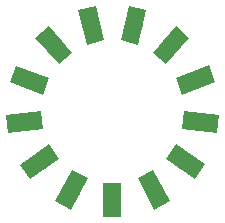
<source format=gbp>
G04 #@! TF.GenerationSoftware,KiCad,Pcbnew,(5.0.2)-1*
G04 #@! TF.CreationDate,2019-03-25T12:23:43+09:00*
G04 #@! TF.ProjectId,NixieHourglass,4e697869-6548-46f7-9572-676c6173732e,rev?*
G04 #@! TF.SameCoordinates,Original*
G04 #@! TF.FileFunction,Paste,Bot*
G04 #@! TF.FilePolarity,Positive*
%FSLAX46Y46*%
G04 Gerber Fmt 4.6, Leading zero omitted, Abs format (unit mm)*
G04 Created by KiCad (PCBNEW (5.0.2)-1) date 25/03/2019 12:23:43*
%MOMM*%
%LPD*%
G01*
G04 APERTURE LIST*
%ADD10C,1.500000*%
%ADD11C,0.100000*%
%ADD12R,1.500000X3.000000*%
G04 APERTURE END LIST*
D10*
G04 #@! TO.C,N1*
X86530000Y-86640000D03*
D11*
G36*
X85170403Y-87621833D02*
X86560291Y-84963223D01*
X87889597Y-85658167D01*
X86499709Y-88316777D01*
X85170403Y-87621833D01*
X85170403Y-87621833D01*
G37*
D10*
X83840000Y-84270000D03*
D11*
G36*
X82179824Y-84507311D02*
X84646256Y-82799473D01*
X85500176Y-84032689D01*
X83033744Y-85740527D01*
X82179824Y-84507311D01*
X82179824Y-84507311D01*
G37*
D10*
X82560000Y-80900000D03*
D11*
G36*
X80979779Y-80338394D02*
X83957417Y-79972786D01*
X84140221Y-81461606D01*
X81162583Y-81827214D01*
X80979779Y-80338394D01*
X80979779Y-80338394D01*
G37*
D10*
X82990000Y-77350000D03*
D11*
G36*
X81851940Y-76118205D02*
X84658272Y-77178629D01*
X84128060Y-78581795D01*
X81321728Y-77521371D01*
X81851940Y-76118205D01*
X81851940Y-76118205D01*
G37*
D10*
X85030000Y-74400000D03*
D11*
G36*
X84594959Y-72780358D02*
X86586738Y-75023752D01*
X85465041Y-76019642D01*
X83473262Y-73776248D01*
X84594959Y-72780358D01*
X84594959Y-72780358D01*
G37*
D10*
X88200000Y-72720000D03*
D11*
G36*
X88567695Y-71083754D02*
X89288379Y-73995904D01*
X87832305Y-74356246D01*
X87111621Y-71444096D01*
X88567695Y-71083754D01*
X88567695Y-71083754D01*
G37*
D10*
X91780000Y-72720000D03*
D11*
G36*
X92866151Y-71442199D02*
X92150551Y-74355602D01*
X90693849Y-73997801D01*
X91409449Y-71084398D01*
X92866151Y-71442199D01*
X92866151Y-71442199D01*
G37*
D10*
X94960000Y-74390000D03*
D11*
G36*
X96515647Y-73763531D02*
X94527787Y-76010399D01*
X93404353Y-75016469D01*
X95392213Y-72769601D01*
X96515647Y-73763531D01*
X96515647Y-73763531D01*
G37*
D10*
X97010000Y-77340000D03*
D11*
G36*
X98678569Y-77508459D02*
X95874092Y-78573780D01*
X95341431Y-77171541D01*
X98145908Y-76106220D01*
X98678569Y-77508459D01*
X98678569Y-77508459D01*
G37*
D10*
X97440000Y-80900000D03*
D11*
G36*
X98839033Y-81824773D02*
X95860761Y-81464363D01*
X96040967Y-79975227D01*
X99019239Y-80335637D01*
X98839033Y-81824773D01*
X98839033Y-81824773D01*
G37*
D10*
X96170000Y-84250000D03*
D11*
G36*
X96978822Y-85719118D02*
X94509413Y-84015587D01*
X95361178Y-82780882D01*
X97830587Y-84484413D01*
X96978822Y-85719118D01*
X96978822Y-85719118D01*
G37*
D10*
X93480000Y-86640000D03*
D11*
G36*
X93513218Y-88316722D02*
X92118692Y-85660541D01*
X93446782Y-84963278D01*
X94841308Y-87619459D01*
X93513218Y-88316722D01*
X93513218Y-88316722D01*
G37*
D12*
X90000000Y-87500000D03*
G04 #@! TD*
M02*

</source>
